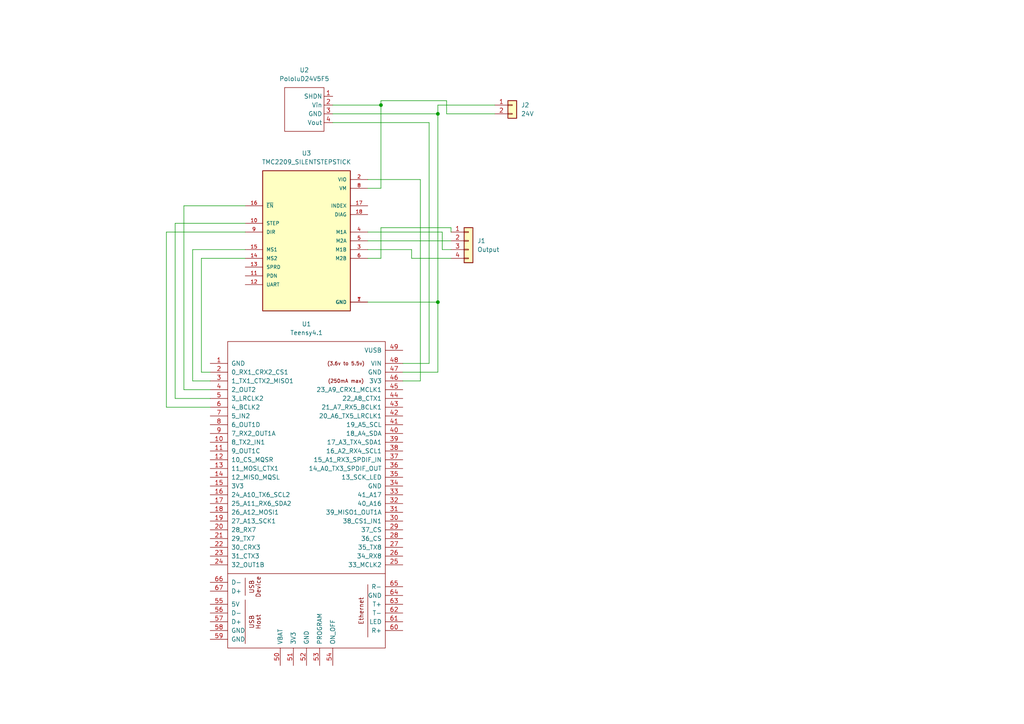
<source format=kicad_sch>
(kicad_sch (version 20231120) (generator "eeschema") (generator_version "8.0")
  (paper "A4")
  (title_block (title "Arm_Controller_Board"))
  (lib_symbols
    (symbol "Connector_Generic:Conn_01x02" (pin_names (offset 1.016) hide)
      (property "Reference" "J" (at 0 2.54 0))
      (property "Value" "Conn_01x02" (at 0 -5.08 0))
      (symbol "Conn_01x02_1_1"
        (rectangle (start -1.27 -2.413) (end 0 -2.667) (stroke (width 0.1524)))
        (rectangle (start -1.27 0.127) (end 0 -0.127) (stroke (width 0.1524)))
        (rectangle (start -1.27 1.27) (end 1.27 -3.81) (stroke (width 0.254)) (fill (type background)))
        (pin passive line (at -5.08 0 0) (length 3.81) (name "Pin_1") (number "1"))
        (pin passive line (at -5.08 -2.54 0) (length 3.81) (name "Pin_2") (number "2"))
      )
    )
    (symbol "Connector_Generic:Conn_01x04" (pin_names (offset 1.016) hide)
      (property "Reference" "J" (at 0 5.08 0))
      (property "Value" "Conn_01x04" (at 0 -7.62 0))
      (symbol "Conn_01x04_1_1"
        (rectangle (start -1.27 -4.953) (end 0 -5.207) (stroke (width 0.1524)))
        (rectangle (start -1.27 -2.413) (end 0 -2.667) (stroke (width 0.1524)))
        (rectangle (start -1.27 0.127) (end 0 -0.127) (stroke (width 0.1524)))
        (rectangle (start -1.27 2.667) (end 0 2.413) (stroke (width 0.1524)))
        (rectangle (start -1.27 3.81) (end 1.27 -6.35) (stroke (width 0.254)) (fill (type background)))
        (pin passive line (at -5.08 2.54 0) (length 3.81) (name "Pin_1") (number "1"))
        (pin passive line (at -5.08 0 0) (length 3.81) (name "Pin_2") (number "2"))
        (pin passive line (at -5.08 -2.54 0) (length 3.81) (name "Pin_3") (number "3"))
        (pin passive line (at -5.08 -5.08 0) (length 3.81) (name "Pin_4") (number "4"))
      )
    )
    (symbol "Pololu_5V_D24V5F5:D24V5F5"
      (property "Reference" "U2" (at -5.715 11.43 0))
      (property "Value" "~" (at -5.715 8.89 0))
      (symbol "D24V5F5_0_1"
        (rectangle (start 0 7.62) (end -11.43 -5.08))
      )
      (symbol "D24V5F5_1_1"
        (pin power_in line (at 2.54 5.08 180) (length 2.54) (name "SHDN") (number "1"))
        (pin power_in line (at 2.54 2.54 180) (length 2.54) (name "Vin") (number "2"))
        (pin power_in line (at 2.54 0 180) (length 2.54) (name "GND") (number "3"))
        (pin power_out line (at 2.54 -2.54 180) (length 2.54) (name "Vout") (number "4"))
      )
    )
    (symbol "TMC2209_SILENTSTEPSTICK:TMC2209_SILENTSTEPSTICK" (pin_names (offset 1.016))
      (property "Reference" "U" (at -12.7 22.86 0))
      (property "Value" "TMC2209_SILENTSTEPSTICK" (at -12.7 -22.86 0))
      (symbol "TMC2209_SILENTSTEPSTICK_0_0"
        (rectangle (start -12.7 -20.32) (end 12.7 20.32) (stroke (width 0.254)) (fill (type background)))
        (pin power_in line (at 17.78 -17.78 180) (length 5.08) (name "GND") (number "1"))
        (pin input line (at -17.78 5.08 0) (length 5.08) (name "STEP") (number "10"))
        (pin bidirectional line (at -17.78 -10.16 0) (length 5.08) (name "PDN") (number "11"))
        (pin bidirectional line (at -17.78 -12.7 0) (length 5.08) (name "UART") (number "12"))
        (pin input line (at -17.78 -7.62 0) (length 5.08) (name "SPRD") (number "13"))
        (pin input line (at -17.78 -5.08 0) (length 5.08) (name "MS2") (number "14"))
        (pin input line (at -17.78 -2.54 0) (length 5.08) (name "MS1") (number "15"))
        (pin input line (at -17.78 10.16 0) (length 5.08) (name "~{EN}") (number "16"))
        (pin output line (at 17.78 10.16 180) (length 5.08) (name "INDEX") (number "17"))
        (pin output line (at 17.78 7.62 180) (length 5.08) (name "DIAG") (number "18"))
        (pin power_in line (at 17.78 17.78 180) (length 5.08) (name "VIO") (number "2"))
        (pin output line (at 17.78 -2.54 180) (length 5.08) (name "M1B") (number "3"))
        (pin output line (at 17.78 2.54 180) (length 5.08) (name "M1A") (number "4"))
        (pin output line (at 17.78 0 180) (length 5.08) (name "M2A") (number "5"))
        (pin output line (at 17.78 -5.08 180) (length 5.08) (name "M2B") (number "6"))
        (pin power_in line (at 17.78 -17.78 180) (length 5.08) (name "GND") (number "7"))
        (pin power_in line (at 17.78 15.24 180) (length 5.08) (name "VM") (number "8"))
        (pin input line (at -17.78 2.54 0) (length 5.08) (name "DIR") (number "9"))
      )
    )
    (symbol "Teensy:Teensy4.1" (pin_names (offset 1.016))
      (property "Reference" "U" (at 0 64.77 0))
      (property "Value" "Teensy4.1" (at 0 62.23 0))
      (symbol "Teensy4.1_0_0"
        (polyline (pts (xy -22.86 -6.35) (xy 22.86 -6.35)))
        (polyline (pts (xy -17.78 -26.67) (xy -17.78 -13.97)))
        (polyline (pts (xy -17.78 -7.62) (xy -17.78 -12.7)))
        (polyline (pts (xy 17.78 -9.525) (xy 17.78 -24.765)))
        (text "(250mA max)" (at 11.43 49.53 0) (effects (font (size 1.016 1.016))))
        (text "(3.6v to 5.5v)" (at 11.43 54.61 0) (effects (font (size 1.016 1.016))))
        (text "Device" (at -13.97 -10.16 900) (effects (font (size 1.27 1.27))))
        (text "Ethernet" (at 15.875 -17.145 900) (effects (font (size 1.27 1.27))))
        (text "Host" (at -13.97 -20.32 900) (effects (font (size 1.27 1.27))))
        (text "USB" (at -15.875 -20.32 900) (effects (font (size 1.27 1.27))))
        (text "USB" (at -15.875 -10.16 900) (effects (font (size 1.27 1.27))))
        (pin bidirectional line (at -27.94 31.75 0) (length 5.08) (name "8_TX2_IN1") (number "10"))
        (pin bidirectional line (at -27.94 29.21 0) (length 5.08) (name "9_OUT1C") (number "11"))
        (pin bidirectional line (at -27.94 26.67 0) (length 5.08) (name "10_CS_MQSR") (number "12"))
        (pin bidirectional line (at -27.94 24.13 0) (length 5.08) (name "11_MOSI_CTX1") (number "13"))
        (pin bidirectional line (at -27.94 21.59 0) (length 5.08) (name "12_MISO_MQSL") (number "14"))
        (pin power_in line (at -27.94 19.05 0) (length 5.08) (name "3V3") (number "15"))
        (pin bidirectional line (at -27.94 16.51 0) (length 5.08) (name "24_A10_TX6_SCL2") (number "16"))
        (pin bidirectional line (at -27.94 13.97 0) (length 5.08) (name "25_A11_RX6_SDA2") (number "17"))
        (pin bidirectional line (at -27.94 11.43 0) (length 5.08) (name "26_A12_MOSI1") (number "18"))
        (pin bidirectional line (at -27.94 8.89 0) (length 5.08) (name "27_A13_SCK1") (number "19"))
        (pin bidirectional line (at -27.94 6.35 0) (length 5.08) (name "28_RX7") (number "20"))
        (pin bidirectional line (at -27.94 3.81 0) (length 5.08) (name "29_TX7") (number "21"))
        (pin bidirectional line (at -27.94 1.27 0) (length 5.08) (name "30_CRX3") (number "22"))
        (pin bidirectional line (at -27.94 -1.27 0) (length 5.08) (name "31_CTX3") (number "23"))
        (pin bidirectional line (at -27.94 -3.81 0) (length 5.08) (name "32_OUT1B") (number "24"))
        (pin bidirectional line (at 27.94 -3.81 180) (length 5.08) (name "33_MCLK2") (number "25"))
        (pin bidirectional line (at 27.94 -1.27 180) (length 5.08) (name "34_RX8") (number "26"))
        (pin bidirectional line (at 27.94 1.27 180) (length 5.08) (name "35_TX8") (number "27"))
        (pin bidirectional line (at 27.94 3.81 180) (length 5.08) (name "36_CS") (number "28"))
        (pin bidirectional line (at 27.94 6.35 180) (length 5.08) (name "37_CS") (number "29"))
        (pin bidirectional line (at 27.94 8.89 180) (length 5.08) (name "38_CS1_IN1") (number "30"))
        (pin bidirectional line (at 27.94 11.43 180) (length 5.08) (name "39_MISO1_OUT1A") (number "31"))
        (pin bidirectional line (at 27.94 13.97 180) (length 5.08) (name "40_A16") (number "32"))
        (pin bidirectional line (at 27.94 16.51 180) (length 5.08) (name "41_A17") (number "33"))
        (pin bidirectional line (at 27.94 21.59 180) (length 5.08) (name "13_SCK_LED") (number "35"))
        (pin bidirectional line (at 27.94 24.13 180) (length 5.08) (name "14_A0_TX3_SPDIF_OUT") (number "36"))
        (pin bidirectional line (at 27.94 26.67 180) (length 5.08) (name "15_A1_RX3_SPDIF_IN") (number "37"))
        (pin bidirectional line (at 27.94 29.21 180) (length 5.08) (name "16_A2_RX4_SCL1") (number "38"))
        (pin bidirectional line (at 27.94 31.75 180) (length 5.08) (name "17_A3_TX4_SDA1") (number "39"))
        (pin bidirectional line (at 27.94 34.29 180) (length 5.08) (name "18_A4_SDA") (number "40"))
        (pin bidirectional line (at 27.94 36.83 180) (length 5.08) (name "19_A5_SCL") (number "41"))
        (pin bidirectional line (at 27.94 39.37 180) (length 5.08) (name "20_A6_TX5_LRCLK1") (number "42"))
        (pin bidirectional line (at 27.94 41.91 180) (length 5.08) (name "21_A7_RX5_BCLK1") (number "43"))
        (pin bidirectional line (at 27.94 44.45 180) (length 5.08) (name "22_A8_CTX1") (number "44"))
        (pin bidirectional line (at 27.94 46.99 180) (length 5.08) (name "23_A9_CRX1_MCLK1") (number "45"))
        (pin output line (at 27.94 49.53 180) (length 5.08) (name "3V3") (number "46"))
        (pin output line (at 27.94 52.07 180) (length 5.08) (name "GND") (number "47"))
        (pin power_in line (at 27.94 54.61 180) (length 5.08) (name "VIN") (number "48"))
        (pin power_out line (at 27.94 58.42 180) (length 5.08) (name "VUSB") (number "49"))
        (pin bidirectional line (at -27.94 44.45 0) (length 5.08) (name "3_LRCLK2") (number "5"))
        (pin power_in line (at -7.62 -33.02 90) (length 5.08) (name "VBAT") (number "50"))
        (pin power_in line (at -3.81 -33.02 90) (length 5.08) (name "3V3") (number "51"))
        (pin input line (at 0 -33.02 90) (length 5.08) (name "GND") (number "52"))
        (pin input line (at 3.81 -33.02 90) (length 5.08) (name "PROGRAM") (number "53"))
        (pin input line (at 7.62 -33.02 90) (length 5.08) (name "ON_OFF") (number "54"))
        (pin power_out line (at -27.94 -15.24 0) (length 5.08) (name "5V") (number "55"))
        (pin bidirectional line (at -27.94 -17.78 0) (length 5.08) (name "D-") (number "56"))
        (pin bidirectional line (at -27.94 -20.32 0) (length 5.08) (name "D+") (number "57"))
        (pin power_in line (at -27.94 -22.86 0) (length 5.08) (name "GND") (number "58"))
        (pin power_in line (at -27.94 -25.4 0) (length 5.08) (name "GND") (number "59"))
        (pin bidirectional line (at -27.94 41.91 0) (length 5.08) (name "4_BCLK2") (number "6"))
        (pin bidirectional line (at 27.94 -22.86 180) (length 5.08) (name "R+") (number "60"))
        (pin bidirectional line (at 27.94 -20.32 180) (length 5.08) (name "LED") (number "61"))
        (pin bidirectional line (at 27.94 -17.78 180) (length 5.08) (name "T-") (number "62"))
        (pin bidirectional line (at 27.94 -15.24 180) (length 5.08) (name "T+") (number "63"))
        (pin power_in line (at 27.94 -12.7 180) (length 5.08) (name "GND") (number "64"))
        (pin bidirectional line (at 27.94 -10.16 180) (length 5.08) (name "R-") (number "65"))
        (pin bidirectional line (at -27.94 -8.89 0) (length 5.08) (name "D-") (number "66"))
        (pin bidirectional line (at -27.94 -11.43 0) (length 5.08) (name "D+") (number "67"))
        (pin bidirectional line (at -27.94 39.37 0) (length 5.08) (name "5_IN2") (number "7"))
        (pin bidirectional line (at -27.94 36.83 0) (length 5.08) (name "6_OUT1D") (number "8"))
        (pin bidirectional line (at -27.94 34.29 0) (length 5.08) (name "7_RX2_OUT1A") (number "9"))
      )
      (symbol "Teensy4.1_0_1"
        (rectangle (start -22.86 60.96) (end 22.86 -27.94))
        (rectangle (start -20.32 -1.27) (end -20.32 -1.27))
      )
      (symbol "Teensy4.1_1_1"
        (pin power_in line (at -27.94 54.61 0) (length 5.08) (name "GND") (number "1"))
        (pin bidirectional line (at -27.94 52.07 0) (length 5.08) (name "0_RX1_CRX2_CS1") (number "2"))
        (pin bidirectional line (at -27.94 49.53 0) (length 5.08) (name "1_TX1_CTX2_MISO1") (number "3"))
        (pin power_in line (at 27.94 19.05 180) (length 5.08) (name "GND") (number "34"))
        (pin bidirectional line (at -27.94 46.99 0) (length 5.08) (name "2_OUT2") (number "4"))
      )
    )
  )
  (junction (at 127 33.02))
  (junction (at 110.49 30.48))
  (junction (at 127 87.63))
  (wire (pts (xy 128.27 67.31) (xy 128.27 72.39)))
  (wire (pts (xy 53.34 59.69) (xy 71.12 59.69)))
  (wire (pts (xy 127 33.02) (xy 127 87.63)))
  (wire (pts (xy 55.88 72.39) (xy 55.88 110.49)))
  (wire (pts (xy 96.52 35.56) (xy 124.46 35.56)))
  (wire (pts (xy 58.42 74.93) (xy 71.12 74.93)))
  (wire (pts (xy 119.38 72.39) (xy 119.38 74.93)))
  (wire (pts (xy 106.68 69.85) (xy 130.81 69.85)))
  (wire (pts (xy 106.68 67.31) (xy 128.27 67.31)))
  (wire (pts (xy 50.8 64.77) (xy 50.8 115.57)))
  (wire (pts (xy 129.54 33.02) (xy 129.54 29.21)))
  (wire (pts (xy 48.26 118.11) (xy 60.96 118.11)))
  (wire (pts (xy 110.49 54.61) (xy 106.68 54.61)))
  (wire (pts (xy 50.8 64.77) (xy 71.12 64.77)))
  (wire (pts (xy 129.54 29.21) (xy 110.49 29.21)))
  (wire (pts (xy 116.84 110.49) (xy 121.92 110.49)))
  (wire (pts (xy 130.81 66.04) (xy 130.81 67.31)))
  (wire (pts (xy 110.49 66.04) (xy 130.81 66.04)))
  (wire (pts (xy 124.46 35.56) (xy 124.46 105.41)))
  (wire (pts (xy 124.46 105.41) (xy 116.84 105.41)))
  (wire (pts (xy 106.68 72.39) (xy 119.38 72.39)))
  (wire (pts (xy 127 87.63) (xy 127 107.95)))
  (wire (pts (xy 121.92 52.07) (xy 121.92 110.49)))
  (wire (pts (xy 116.84 107.95) (xy 127 107.95)))
  (wire (pts (xy 110.49 29.21) (xy 110.49 30.48)))
  (wire (pts (xy 119.38 74.93) (xy 130.81 74.93)))
  (wire (pts (xy 96.52 30.48) (xy 110.49 30.48)))
  (wire (pts (xy 53.34 113.03) (xy 60.96 113.03)))
  (wire (pts (xy 58.42 107.95) (xy 60.96 107.95)))
  (wire (pts (xy 58.42 74.93) (xy 58.42 107.95)))
  (wire (pts (xy 48.26 67.31) (xy 48.26 118.11)))
  (wire (pts (xy 55.88 110.49) (xy 60.96 110.49)))
  (wire (pts (xy 48.26 67.31) (xy 71.12 67.31)))
  (wire (pts (xy 128.27 72.39) (xy 130.81 72.39)))
  (wire (pts (xy 143.51 33.02) (xy 129.54 33.02)))
  (wire (pts (xy 106.68 87.63) (xy 127 87.63)))
  (wire (pts (xy 55.88 72.39) (xy 71.12 72.39)))
  (wire (pts (xy 106.68 52.07) (xy 121.92 52.07)))
  (wire (pts (xy 96.52 33.02) (xy 127 33.02)))
  (wire (pts (xy 143.51 30.48) (xy 127 30.48)))
  (wire (pts (xy 53.34 59.69) (xy 53.34 113.03)))
  (wire (pts (xy 50.8 115.57) (xy 60.96 115.57)))
  (wire (pts (xy 110.49 30.48) (xy 110.49 54.61)))
  (wire (pts (xy 110.49 74.93) (xy 110.49 66.04)))
  (wire (pts (xy 127 30.48) (xy 127 33.02)))
  (wire (pts (xy 106.68 74.93) (xy 110.49 74.93)))
  (symbol (lib_id "TMC2209_SILENTSTEPSTICK:TMC2209_SILENTSTEPSTICK") (at 88.9 69.85 0) (unit 1)
    (property "Reference" "U3" (at 88.9 44.45 0))
    (property "Value" "TMC2209_SILENTSTEPSTICK" (at 88.9 46.99 0))
    (property "Footprint" "Bigtreetech_TMC2209:MODULE_TMC2209_SILENTSTEPSTICK" (effects (hide yes)))
    (property "MF" "Trinamic Motion Control GmbH" (effects (hide yes)))
    (property "Description_1" "\nTMC2209 Motor Controller/Driver Power Management Evaluation Board\n" (effects (hide yes)))
    (property "Package" "None" (effects (hide yes)))
    (property "Price" "None" (effects (hide yes)))
    (property "Check_prices" "https://www.snapeda.com/parts/TMC2209%20SILENTSTEPSTICK/Trinamic+Motion+Control+GmbH/view-part/?ref=eda" (effects (hide yes)))
    (property "STANDARD" "Manufacturer Recommendations" (effects (hide yes)))
    (property "PARTREV" "1.20" (effects (hide yes)))
    (property "SnapEDA_Link" "https://www.snapeda.com/parts/TMC2209%20SILENTSTEPSTICK/Trinamic+Motion+Control+GmbH/view-part/?ref=snap" (effects (hide yes)))
    (property "MP" "TMC2209 SILENTSTEPSTICK" (effects (hide yes)))
    (property "MANUFACTURER" "Trinamic Motion Control GmbH" (effects (hide yes)))
    (property "Availability" "In Stock" (effects (hide yes)))
    (property "SNAPEDA_PN" "TMC2209 SILENTSTEPSTICK" (effects (hide yes)))
  )
  (symbol (lib_id "Teensy:Teensy4.1") (at 88.9 160.02 0) (unit 1)
    (property "Reference" "U1" (at 88.9 93.98 0))
    (property "Value" "Teensy4.1" (at 88.9 96.52 0))
    (property "Footprint" "Teensy:Teensy41" (effects (hide yes)))
  )
  (symbol (lib_id "Pololu_5V_D24V5F5:D24V5F5") (at 93.98 33.02 0) (unit 1)
    (property "Reference" "U2" (at 88.265 20.32 0))
    (property "Value" "PololuD24V5F5" (at 88.265 22.86 0))
    (property "Footprint" "Connector_PinHeader_2.54mm:PinHeader_1x04_P2.54mm_Vertical" (effects (hide yes)))
  )
  (symbol (lib_id "Connector_Generic:Conn_01x02") (at 148.59 30.48 0) (unit 1)
    (property "Reference" "J2" (at 151.13 30.4799 0) (effects (justify left)))
    (property "Value" "24V" (at 151.13 33.0199 0) (effects (justify left)))
    (property "Footprint" "Connector_Wire:SolderWire-0.5sqmm_1x02_P4.6mm_D0.9mm_OD2.1mm_Relief" (effects (hide yes)))
    (property "Description" "Generic connector, single row, 01x02, script generated (kicad-library-utils/schlib/autogen/connector/)" (effects (hide yes)))
  )
  (symbol (lib_id "Connector_Generic:Conn_01x04") (at 135.89 69.85 0) (unit 1)
    (property "Reference" "J1" (at 138.43 69.8499 0) (effects (justify left)))
    (property "Value" "Output" (at 138.43 72.3899 0) (effects (justify left)))
    (property "Footprint" "Connector_PinHeader_2.54mm:PinHeader_1x04_P2.54mm_Vertical" (effects (hide yes)))
    (property "Description" "Generic connector, single row, 01x04, script generated (kicad-library-utils/schlib/autogen/connector/)" (effects (hide yes)))
  )
)
</source>
